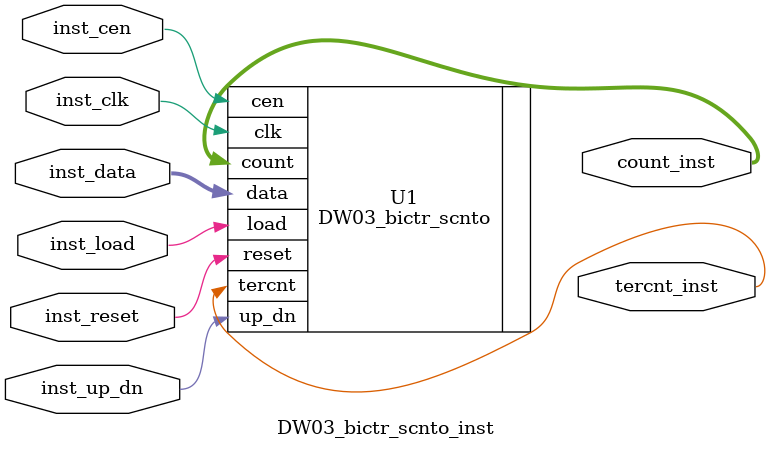
<source format=v>
module DW03_bictr_scnto_inst( inst_data, inst_up_dn, inst_load, 
                              inst_cen, inst_clk, inst_reset, 
                              count_inst, tercnt_inst );

  parameter width = 8;
  parameter count_to = 8;

  input [width-1 : 0] inst_data;
  input inst_up_dn;
  input inst_load;
  input inst_cen;
  input inst_clk;
  input inst_reset;
  output [width-1 : 0] count_inst;
  output tercnt_inst;

  // Instance of DW03_bictr_scnto
  DW03_bictr_scnto #(width, count_to)
    U1 ( .data(inst_data), .up_dn(inst_up_dn), .load(inst_load),
         .cen(inst_cen), .clk(inst_clk), .reset(inst_reset),
         .count(count_inst), .tercnt(tercnt_inst) );

endmodule


</source>
